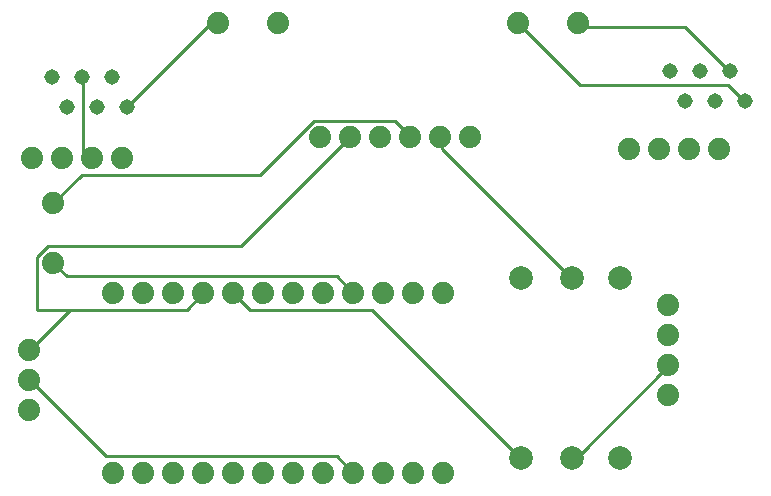
<source format=gbr>
G04 EAGLE Gerber RS-274X export*
G75*
%MOMM*%
%FSLAX34Y34*%
%LPD*%
%INBottom Copper*%
%IPPOS*%
%AMOC8*
5,1,8,0,0,1.08239X$1,22.5*%
G01*
%ADD10C,1.879600*%
%ADD11C,2.000000*%
%ADD12C,1.308000*%
%ADD13C,0.254000*%


D10*
X101600Y177800D03*
X127000Y177800D03*
X152400Y177800D03*
X177800Y177800D03*
X203200Y177800D03*
X228600Y177800D03*
X254000Y177800D03*
X279400Y177800D03*
X304800Y177800D03*
X330200Y177800D03*
X355600Y177800D03*
X381000Y177800D03*
X381000Y25400D03*
X355600Y25400D03*
X330200Y25400D03*
X304800Y25400D03*
X279400Y25400D03*
X254000Y25400D03*
X228600Y25400D03*
X203200Y25400D03*
X177800Y25400D03*
X152400Y25400D03*
X127000Y25400D03*
X101600Y25400D03*
X30480Y129540D03*
X30480Y104140D03*
X30480Y78740D03*
X571500Y167640D03*
X571500Y142240D03*
X571500Y116840D03*
X571500Y91440D03*
D11*
X447040Y38100D03*
X447040Y190500D03*
X490220Y190500D03*
X490220Y38100D03*
X530860Y190500D03*
X530860Y38100D03*
D12*
X100330Y360680D03*
X74930Y360680D03*
X62230Y335280D03*
X87630Y335280D03*
X113030Y335280D03*
X49530Y360680D03*
D10*
X190500Y406400D03*
X403860Y309880D03*
X378460Y309880D03*
X353060Y309880D03*
X327660Y309880D03*
X302260Y309880D03*
X276860Y309880D03*
X50800Y254000D03*
X50800Y203200D03*
X241300Y406400D03*
D12*
X623570Y365760D03*
X598170Y365760D03*
X585470Y340360D03*
X610870Y340360D03*
X636270Y340360D03*
X572770Y365760D03*
D10*
X495300Y406400D03*
X444500Y406400D03*
X109220Y292100D03*
X83820Y292100D03*
X58420Y292100D03*
X33020Y292100D03*
X614680Y299720D03*
X589280Y299720D03*
X563880Y299720D03*
X538480Y299720D03*
D13*
X61913Y192088D02*
X50800Y203200D01*
X61913Y192088D02*
X290513Y192088D01*
X304800Y177800D01*
X95250Y39688D02*
X31750Y103188D01*
X95250Y39688D02*
X290513Y39688D01*
X304800Y25400D01*
X31750Y103188D02*
X30480Y104140D01*
X320675Y163513D02*
X446088Y38100D01*
X320675Y163513D02*
X217488Y163513D01*
X203200Y177800D01*
X446088Y38100D02*
X447040Y38100D01*
X65088Y163513D02*
X64294Y162719D01*
X31750Y130175D01*
X65088Y163513D02*
X163513Y163513D01*
X177800Y177800D01*
X31750Y130175D02*
X30480Y129540D01*
X209550Y217488D02*
X301625Y309563D01*
X209550Y217488D02*
X46038Y217488D01*
X36513Y207963D01*
X36513Y163513D01*
X63500Y163513D01*
X301625Y309563D02*
X302260Y309880D01*
X64294Y162719D02*
X63500Y163513D01*
X379413Y300038D02*
X488950Y190500D01*
X379413Y300038D02*
X379413Y309563D01*
X488950Y190500D02*
X490220Y190500D01*
X379413Y309563D02*
X378460Y309880D01*
X571500Y115888D02*
X493713Y38100D01*
X490220Y38100D01*
X571500Y115888D02*
X571500Y116840D01*
X184150Y406400D02*
X113030Y335280D01*
X184150Y406400D02*
X190500Y406400D01*
X74613Y277813D02*
X50800Y254000D01*
X74613Y277813D02*
X225425Y277813D01*
X271463Y323850D01*
X339725Y323850D01*
X352425Y311150D01*
X353060Y309880D01*
X585788Y403225D02*
X622300Y366713D01*
X585788Y403225D02*
X498475Y403225D01*
X495300Y406400D01*
X622300Y366713D02*
X623570Y365760D01*
X622300Y354013D02*
X635000Y341313D01*
X622300Y354013D02*
X496888Y354013D01*
X444500Y406400D01*
X635000Y341313D02*
X636270Y340360D01*
X76200Y360363D02*
X76200Y292100D01*
X83820Y292100D01*
X76200Y360363D02*
X74930Y360680D01*
M02*

</source>
